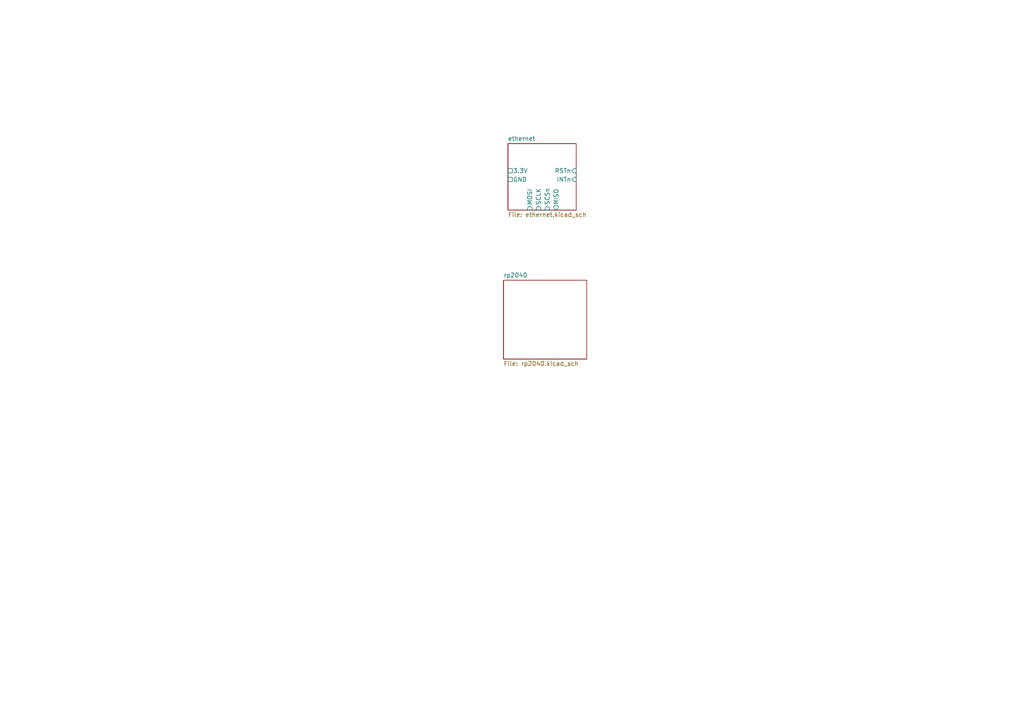
<source format=kicad_sch>
(kicad_sch
	(version 20250114)
	(generator "eeschema")
	(generator_version "9.0")
	(uuid "ea853fa5-7daa-4d53-920c-149f1dc74042")
	(paper "A4")
	(lib_symbols)
	(sheet
		(at 146.05 81.28)
		(size 24.13 22.86)
		(exclude_from_sim no)
		(in_bom yes)
		(on_board yes)
		(dnp no)
		(fields_autoplaced yes)
		(stroke
			(width 0.1524)
			(type solid)
		)
		(fill
			(color 0 0 0 0.0000)
		)
		(uuid "a778e899-dab6-488b-99d3-e495ca24ca54")
		(property "Sheetname" "rp2040"
			(at 146.05 80.5684 0)
			(effects
				(font
					(size 1.27 1.27)
				)
				(justify left bottom)
			)
		)
		(property "Sheetfile" "rp2040.kicad_sch"
			(at 146.05 104.7246 0)
			(effects
				(font
					(size 1.27 1.27)
				)
				(justify left top)
			)
		)
		(instances
			(project "rpi_fan_ctrl"
				(path "/ea853fa5-7daa-4d53-920c-149f1dc74042"
					(page "2")
				)
			)
		)
	)
	(sheet
		(at 147.32 41.656)
		(size 19.812 19.304)
		(exclude_from_sim no)
		(in_bom yes)
		(on_board yes)
		(dnp no)
		(fields_autoplaced yes)
		(stroke
			(width 0.1524)
			(type solid)
		)
		(fill
			(color 0 0 0 0.0000)
		)
		(uuid "fe7e04df-9c43-4752-9649-005847190336")
		(property "Sheetname" "ethernet"
			(at 147.32 40.9444 0)
			(effects
				(font
					(size 1.27 1.27)
				)
				(justify left bottom)
			)
		)
		(property "Sheetfile" "ethernet.kicad_sch"
			(at 147.32 61.5446 0)
			(effects
				(font
					(size 1.27 1.27)
				)
				(justify left top)
			)
		)
		(pin "3.3V" passive
			(at 147.32 49.53 180)
			(uuid "ff6ba6f4-a65a-419b-8940-81a62fcb8898")
			(effects
				(font
					(size 1.27 1.27)
				)
				(justify left)
			)
		)
		(pin "GND" passive
			(at 147.32 52.07 180)
			(uuid "22f555ce-8673-4e26-a78a-5a88d95b6a3b")
			(effects
				(font
					(size 1.27 1.27)
				)
				(justify left)
			)
		)
		(pin "INTn" input
			(at 167.132 52.07 0)
			(uuid "ddb46dd9-4c16-432d-b152-b978672347a5")
			(effects
				(font
					(size 1.27 1.27)
				)
				(justify right)
			)
		)
		(pin "MISO" output
			(at 161.29 60.96 270)
			(uuid "867c64f0-f872-49be-b9d0-aa6428a6f54d")
			(effects
				(font
					(size 1.27 1.27)
				)
				(justify left)
			)
		)
		(pin "MOSI" input
			(at 153.67 60.96 270)
			(uuid "1dfece46-eb6d-4bf5-af99-b5f5a3da125e")
			(effects
				(font
					(size 1.27 1.27)
				)
				(justify left)
			)
		)
		(pin "RSTn" input
			(at 167.132 49.53 0)
			(uuid "60bda88b-9baa-477b-a009-9f1d6b48c99f")
			(effects
				(font
					(size 1.27 1.27)
				)
				(justify right)
			)
		)
		(pin "SCLK" input
			(at 156.21 60.96 270)
			(uuid "2d34f23d-0ce7-422c-a69b-a45e11fba1ea")
			(effects
				(font
					(size 1.27 1.27)
				)
				(justify left)
			)
		)
		(pin "SCSn" input
			(at 158.75 60.96 270)
			(uuid "ff87bcda-e760-46de-bcc0-777095ac0437")
			(effects
				(font
					(size 1.27 1.27)
				)
				(justify left)
			)
		)
		(instances
			(project "rpi_fan_ctrl"
				(path "/ea853fa5-7daa-4d53-920c-149f1dc74042"
					(page "3")
				)
			)
		)
	)
	(sheet_instances
		(path "/"
			(page "1")
		)
	)
	(embedded_fonts no)
)

</source>
